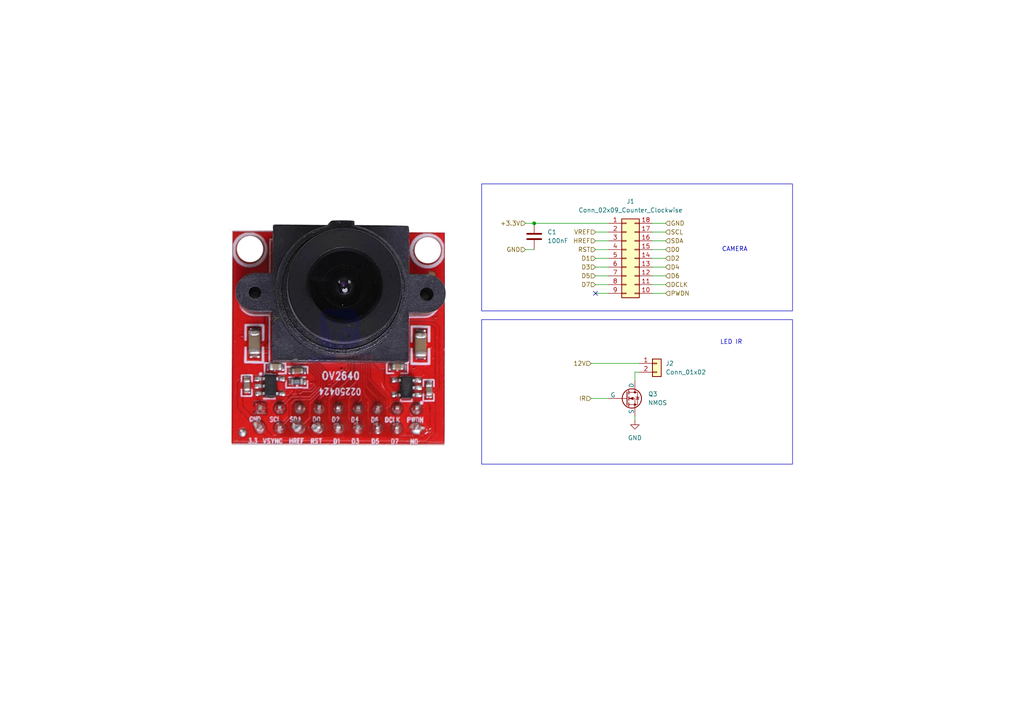
<source format=kicad_sch>
(kicad_sch (version 20250114) (generator "eeschema") (generator_version "9.0")
  (paper "A4")
  (lib_symbols
    (symbol "Connector_Generic:Conn_01x02" (pin_names (offset 1.016) (hide yes))
      (property "Reference" "J" (at 0 2.54 0))
      (property "Value" "Conn_01x02" (at 0 -5.08 0))
      (symbol "Conn_01x02_1_1"
        (rectangle (start -1.27 1.27) (end 1.27 -3.81) (stroke (width 0.254)) (fill (type background)))
        (rectangle (start -1.27 0.127) (end 0 -0.127) (stroke (width 0.1524)))
        (rectangle (start -1.27 -2.413) (end 0 -2.667) (stroke (width 0.1524)))
        (pin passive line (at -5.08 0 0) (length 3.81) (name "Pin_1") (number "1"))
        (pin passive line (at -5.08 -2.54 0) (length 3.81) (name "Pin_2") (number "2"))
      )
    )
    (symbol "Connector_Generic:Conn_02x09_Counter_Clockwise" (pin_names (offset 1.016) (hide yes))
      (property "Reference" "J" (at 1.27 12.7 0))
      (property "Value" "Conn_02x09_Counter_Clockwise" (at 1.27 -12.7 0))
      (symbol "Conn_02x09_Counter_Clockwise_1_1"
        (rectangle (start -1.27 11.43) (end 3.81 -11.43) (stroke (width 0.254)) (fill (type background)))
        (rectangle (start -1.27 10.287) (end 0 10.033) (stroke (width 0.1524)))
        (rectangle (start -1.27 7.747) (end 0 7.493) (stroke (width 0.1524)))
        (rectangle (start -1.27 5.207) (end 0 4.953) (stroke (width 0.1524)))
        (rectangle (start -1.27 2.667) (end 0 2.413) (stroke (width 0.1524)))
        (rectangle (start -1.27 0.127) (end 0 -0.127) (stroke (width 0.1524)))
        (rectangle (start -1.27 -2.413) (end 0 -2.667) (stroke (width 0.1524)))
        (rectangle (start -1.27 -4.953) (end 0 -5.207) (stroke (width 0.1524)))
        (rectangle (start -1.27 -7.493) (end 0 -7.747) (stroke (width 0.1524)))
        (rectangle (start -1.27 -10.033) (end 0 -10.287) (stroke (width 0.1524)))
        (rectangle (start 3.81 10.287) (end 2.54 10.033) (stroke (width 0.1524)))
        (rectangle (start 3.81 7.747) (end 2.54 7.493) (stroke (width 0.1524)))
        (rectangle (start 3.81 5.207) (end 2.54 4.953) (stroke (width 0.1524)))
        (rectangle (start 3.81 2.667) (end 2.54 2.413) (stroke (width 0.1524)))
        (rectangle (start 3.81 0.127) (end 2.54 -0.127) (stroke (width 0.1524)))
        (rectangle (start 3.81 -2.413) (end 2.54 -2.667) (stroke (width 0.1524)))
        (rectangle (start 3.81 -4.953) (end 2.54 -5.207) (stroke (width 0.1524)))
        (rectangle (start 3.81 -7.493) (end 2.54 -7.747) (stroke (width 0.1524)))
        (rectangle (start 3.81 -10.033) (end 2.54 -10.287) (stroke (width 0.1524)))
        (pin passive line (at -5.08 10.16 0) (length 3.81) (name "Pin_1") (number "1"))
        (pin passive line (at -5.08 7.62 0) (length 3.81) (name "Pin_2") (number "2"))
        (pin passive line (at -5.08 5.08 0) (length 3.81) (name "Pin_3") (number "3"))
        (pin passive line (at -5.08 2.54 0) (length 3.81) (name "Pin_4") (number "4"))
        (pin passive line (at -5.08 0 0) (length 3.81) (name "Pin_5") (number "5"))
        (pin passive line (at -5.08 -2.54 0) (length 3.81) (name "Pin_6") (number "6"))
        (pin passive line (at -5.08 -5.08 0) (length 3.81) (name "Pin_7") (number "7"))
        (pin passive line (at -5.08 -7.62 0) (length 3.81) (name "Pin_8") (number "8"))
        (pin passive line (at -5.08 -10.16 0) (length 3.81) (name "Pin_9") (number "9"))
        (pin passive line (at 7.62 10.16 180) (length 3.81) (name "Pin_18") (number "18"))
        (pin passive line (at 7.62 7.62 180) (length 3.81) (name "Pin_17") (number "17"))
        (pin passive line (at 7.62 5.08 180) (length 3.81) (name "Pin_16") (number "16"))
        (pin passive line (at 7.62 2.54 180) (length 3.81) (name "Pin_15") (number "15"))
        (pin passive line (at 7.62 0 180) (length 3.81) (name "Pin_14") (number "14"))
        (pin passive line (at 7.62 -2.54 180) (length 3.81) (name "Pin_13") (number "13"))
        (pin passive line (at 7.62 -5.08 180) (length 3.81) (name "Pin_12") (number "12"))
        (pin passive line (at 7.62 -7.62 180) (length 3.81) (name "Pin_11") (number "11"))
        (pin passive line (at 7.62 -10.16 180) (length 3.81) (name "Pin_10") (number "10"))
      )
    )
    (symbol "Device:C" (pin_numbers (hide yes)) (pin_names (offset 0.254))
      (property "Reference" "C" (at 0.635 2.54 0))
      (property "Value" "C" (at 0.635 -2.54 0))
      (symbol "C_0_1"
        (polyline (pts (xy -2.032 0.762) (xy 2.032 0.762)) (stroke (width 0.508)))
        (polyline (pts (xy -2.032 -0.762) (xy 2.032 -0.762)) (stroke (width 0.508)))
      )
      (symbol "C_1_1"
        (pin passive line (at 0 3.81 270) (length 2.794) (name "~") (number "1"))
        (pin passive line (at 0 -3.81 90) (length 2.794) (name "~") (number "2"))
      )
    )
    (symbol "Simulation_SPICE:NMOS" (pin_numbers (hide yes)) (pin_names (offset 0))
      (property "Reference" "Q" (at 5.08 1.27 0))
      (property "Value" "NMOS" (at 5.08 -1.27 0))
      (symbol "NMOS_0_1"
        (polyline (pts (xy 0.254 1.905) (xy 0.254 -1.905)) (stroke (width 0.254)))
        (polyline (pts (xy 0.254 0) (xy -2.54 0)))
        (polyline (pts (xy 0.762 2.286) (xy 0.762 1.27)) (stroke (width 0.254)))
        (polyline (pts (xy 0.762 0.508) (xy 0.762 -0.508)) (stroke (width 0.254)))
        (polyline (pts (xy 0.762 -1.27) (xy 0.762 -2.286)) (stroke (width 0.254)))
        (polyline (pts (xy 0.762 -1.778) (xy 3.302 -1.778) (xy 3.302 1.778) (xy 0.762 1.778)))
        (polyline (pts (xy 1.016 0) (xy 2.032 0.381) (xy 2.032 -0.381) (xy 1.016 0)) (fill (type outline)))
        (circle (center 1.651 0) (radius 2.794) (stroke (width 0.254)))
        (polyline (pts (xy 2.54 2.54) (xy 2.54 1.778)))
        (circle (center 2.54 1.778) (radius 0.254) (fill (type outline)))
        (circle (center 2.54 -1.778) (radius 0.254) (fill (type outline)))
        (polyline (pts (xy 2.54 -2.54) (xy 2.54 0) (xy 0.762 0)))
        (polyline (pts (xy 2.794 0.508) (xy 2.921 0.381) (xy 3.683 0.381) (xy 3.81 0.254)))
        (polyline (pts (xy 3.302 0.381) (xy 2.921 -0.254) (xy 3.683 -0.254) (xy 3.302 0.381)))
      )
      (symbol "NMOS_1_1"
        (pin input line (at -5.08 0 0) (length 2.54) (name "G") (number "2"))
        (pin passive line (at 2.54 5.08 270) (length 2.54) (name "D") (number "1"))
        (pin passive line (at 2.54 -5.08 90) (length 2.54) (name "S") (number "3"))
      )
    )
    (symbol "power:GND" (power) (pin_numbers (hide yes)) (pin_names (offset 0) (hide yes))
      (property "Value" "GND" (at 0 -3.81 0))
      (symbol "GND_0_1"
        (polyline (pts (xy 0 0) (xy 0 -1.27) (xy 1.27 -1.27) (xy 0 -2.54) (xy -1.27 -1.27) (xy 0 -1.27)))
      )
      (symbol "GND_1_1"
        (pin power_in line (at 0 0 270) (length 0) (name "~") (number "1"))
      )
    )
  )
  (rectangle (start 139.7 92.71) (end 229.87 134.62))
  (rectangle (start 139.7 53.34) (end 229.87 90.17))
  (text "LED IR\n" (at 212.09 99.314 0) (effects (font (size 1.27 1.27))))
  (text "CAMERA\n" (at 213.106 72.39 0) (effects (font (size 1.27 1.27))))
  (junction (at 154.94 64.77))
  (no_connect (at 172.72 85.09))
  (wire (pts (xy 171.45 115.57) (xy 176.53 115.57)))
  (wire (pts (xy 189.23 74.93) (xy 193.04 74.93)))
  (wire (pts (xy 189.23 85.09) (xy 193.04 85.09)))
  (wire (pts (xy 171.45 105.41) (xy 185.42 105.41)))
  (wire (pts (xy 172.72 85.09) (xy 176.53 85.09)))
  (wire (pts (xy 172.72 80.01) (xy 176.53 80.01)))
  (wire (pts (xy 184.15 110.49) (xy 184.15 107.95)))
  (wire (pts (xy 172.72 67.31) (xy 176.53 67.31)))
  (wire (pts (xy 189.23 82.55) (xy 193.04 82.55)))
  (wire (pts (xy 154.94 64.77) (xy 176.53 64.77)))
  (wire (pts (xy 189.23 69.85) (xy 193.04 69.85)))
  (wire (pts (xy 189.23 80.01) (xy 193.04 80.01)))
  (wire (pts (xy 172.72 72.39) (xy 176.53 72.39)))
  (wire (pts (xy 172.72 74.93) (xy 176.53 74.93)))
  (wire (pts (xy 189.23 72.39) (xy 193.04 72.39)))
  (wire (pts (xy 189.23 64.77) (xy 193.04 64.77)))
  (wire (pts (xy 172.72 77.47) (xy 176.53 77.47)))
  (wire (pts (xy 184.15 107.95) (xy 185.42 107.95)))
  (wire (pts (xy 172.72 69.85) (xy 176.53 69.85)))
  (wire (pts (xy 189.23 67.31) (xy 193.04 67.31)))
  (wire (pts (xy 152.4 64.77) (xy 154.94 64.77)))
  (wire (pts (xy 184.15 121.92) (xy 184.15 120.65)))
  (wire (pts (xy 152.4 72.39) (xy 154.94 72.39)))
  (wire (pts (xy 172.72 82.55) (xy 176.53 82.55)))
  (wire (pts (xy 189.23 77.47) (xy 193.04 77.47)))
  (image (at 97.79 96.52))
  (hierarchical_label "HREF" (shape input) (at 172.72 69.85 180))
  (hierarchical_label "DCLK" (shape input) (at 193.04 82.55 0))
  (hierarchical_label "D4" (shape input) (at 193.04 77.47 0))
  (hierarchical_label "GND" (shape input) (at 152.4 72.39 180))
  (hierarchical_label "IR" (shape input) (at 171.45 115.57 180))
  (hierarchical_label "D3" (shape input) (at 172.72 77.47 180))
  (hierarchical_label "D2" (shape input) (at 193.04 74.93 0))
  (hierarchical_label "GND" (shape input) (at 193.04 64.77 0))
  (hierarchical_label "D5" (shape input) (at 172.72 80.01 180))
  (hierarchical_label "VREF" (shape input) (at 172.72 67.31 180))
  (hierarchical_label "SCL" (shape input) (at 193.04 67.31 0))
  (hierarchical_label "PWDN" (shape input) (at 193.04 85.09 0))
  (hierarchical_label "D0" (shape input) (at 193.04 72.39 0))
  (hierarchical_label "SDA" (shape input) (at 193.04 69.85 0))
  (hierarchical_label "D1" (shape input) (at 172.72 74.93 180))
  (hierarchical_label "RST" (shape input) (at 172.72 72.39 180))
  (hierarchical_label "D6" (shape input) (at 193.04 80.01 0))
  (hierarchical_label "+3.3V" (shape input) (at 152.4 64.77 180))
  (hierarchical_label "D7" (shape input) (at 172.72 82.55 180))
  (hierarchical_label "12V" (shape input) (at 171.45 105.41 180))
  (symbol (lib_id "Connector_Generic:Conn_01x02") (at 190.5 105.41 0) (unit 1)
    (property "Reference" "J2" (at 193.04 105.4099 0) (effects (justify left)))
    (property "Value" "Conn_01x02" (at 193.04 107.9499 0) (effects (justify left)))
    (property "Description" "Generic connector, single row, 01x02, script generated (kicad-library-utils/schlib/autogen/connector/)" (effects (hide yes)))
  )
  (symbol (lib_id "Simulation_SPICE:NMOS") (at 181.61 115.57 0) (unit 1)
    (property "Reference" "Q3" (at 187.96 114.2999 0) (effects (justify left)))
    (property "Value" "NMOS" (at 187.96 116.8399 0) (effects (justify left)))
    (property "Datasheet" "https://ngspice.sourceforge.io/docs/ngspice-html-manual/manual.xhtml#cha_MOSFETs" (effects (hide yes)))
    (property "Description" "N-MOSFET transistor, drain/source/gate" (effects (hide yes)))
    (property "Sim.Device" "NMOS" (effects (hide yes)))
    (property "Sim.Type" "VDMOS" (effects (hide yes)))
    (property "Sim.Pins" "1=D 2=G 3=S" (effects (hide yes)))
  )
  (symbol (lib_id "Device:C") (at 154.94 68.58 0) (unit 1)
    (property "Reference" "C1" (at 158.75 67.3099 0) (effects (justify left)))
    (property "Value" "100nF" (at 158.75 69.8499 0) (effects (justify left)))
    (property "Description" "Unpolarized capacitor" (effects (hide yes)))
  )
  (symbol (lib_id "power:GND") (at 184.15 121.92 0) (unit 1)
    (property "Reference" "#PWR?" (effects (hide yes)))
    (property "Value" "GND" (at 184.15 127 0))
    (property "Description" "Power symbol creates a global label with name \"GND\" , ground" (effects (hide yes)))
  )
  (symbol (lib_id "Connector_Generic:Conn_02x09_Counter_Clockwise") (at 181.61 74.93 0) (unit 1)
    (property "Reference" "J1" (at 182.88 58.42 0))
    (property "Value" "Conn_02x09_Counter_Clockwise" (at 182.88 60.96 0))
    (property "Description" "Generic connector, double row, 02x09, counter clockwise pin numbering scheme (similar to DIP package numbering), script generated (kicad-library-utils/schlib/autogen/connector/)" (effects (hide yes)))
  )
)
</source>
